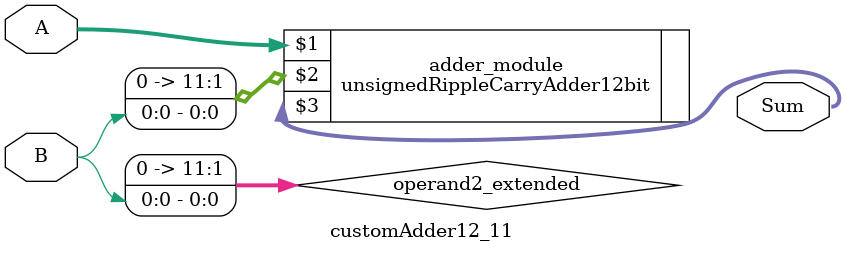
<source format=v>

module customAdder12_11(
                    input [11 : 0] A,
                    input [0 : 0] B,
                    
                    output [12 : 0] Sum
            );

    wire [11 : 0] operand2_extended;
    
    assign operand2_extended =  {11'b0, B};
    
    unsignedRippleCarryAdder12bit adder_module(
        A,
        operand2_extended,
        Sum
    );
    
endmodule
        
</source>
